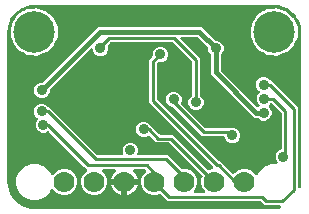
<source format=gbr>
G04 EAGLE Gerber RS-274X export*
G75*
%MOMM*%
%FSLAX34Y34*%
%LPD*%
%INBottom Copper*%
%IPPOS*%
%AMOC8*
5,1,8,0,0,1.08239X$1,22.5*%
G01*
%ADD10C,3.516000*%
%ADD11C,1.778000*%
%ADD12C,0.889000*%
%ADD13C,0.406400*%
%ADD14C,0.254000*%

G36*
X228622Y2543D02*
X228622Y2543D01*
X228700Y2545D01*
X232077Y2810D01*
X232145Y2824D01*
X232214Y2829D01*
X232370Y2869D01*
X233115Y3111D01*
X233223Y3162D01*
X233334Y3206D01*
X233367Y3229D01*
X233403Y3246D01*
X233495Y3322D01*
X233592Y3392D01*
X233617Y3423D01*
X233648Y3449D01*
X233718Y3545D01*
X233794Y3637D01*
X233811Y3674D01*
X233835Y3706D01*
X233879Y3817D01*
X233930Y3925D01*
X233937Y3964D01*
X233952Y4002D01*
X233967Y4120D01*
X233990Y4238D01*
X233987Y4277D01*
X233992Y4317D01*
X233977Y4436D01*
X233970Y4555D01*
X233958Y4593D01*
X233953Y4633D01*
X233909Y4744D01*
X233872Y4857D01*
X233850Y4891D01*
X233836Y4929D01*
X233766Y5025D01*
X233702Y5126D01*
X233672Y5154D01*
X233649Y5186D01*
X233557Y5262D01*
X233470Y5344D01*
X233435Y5363D01*
X233404Y5389D01*
X233296Y5440D01*
X233192Y5498D01*
X233153Y5508D01*
X233117Y5525D01*
X232999Y5547D01*
X232884Y5577D01*
X232824Y5581D01*
X232804Y5585D01*
X232784Y5583D01*
X232723Y5587D01*
X220393Y5587D01*
X216955Y9026D01*
X216877Y9086D01*
X216805Y9154D01*
X216752Y9183D01*
X216704Y9220D01*
X216613Y9260D01*
X216526Y9308D01*
X216468Y9323D01*
X216412Y9347D01*
X216314Y9362D01*
X216218Y9387D01*
X216118Y9393D01*
X216098Y9397D01*
X216086Y9395D01*
X216058Y9397D01*
X138332Y9397D01*
X136026Y11704D01*
X132657Y15072D01*
X132633Y15091D01*
X132614Y15113D01*
X132508Y15188D01*
X132406Y15267D01*
X132378Y15279D01*
X132354Y15296D01*
X132233Y15342D01*
X132114Y15394D01*
X132085Y15398D01*
X132057Y15409D01*
X131928Y15423D01*
X131800Y15444D01*
X131770Y15441D01*
X131741Y15444D01*
X131612Y15426D01*
X131483Y15414D01*
X131455Y15404D01*
X131426Y15400D01*
X131274Y15348D01*
X129173Y14477D01*
X124827Y14477D01*
X120813Y16140D01*
X117740Y19213D01*
X116077Y23227D01*
X116077Y27573D01*
X117740Y31587D01*
X119854Y33701D01*
X119927Y33795D01*
X120005Y33884D01*
X120024Y33920D01*
X120049Y33952D01*
X120096Y34061D01*
X120150Y34167D01*
X120159Y34207D01*
X120175Y34244D01*
X120194Y34362D01*
X120220Y34478D01*
X120218Y34518D01*
X120225Y34558D01*
X120214Y34677D01*
X120210Y34795D01*
X120199Y34834D01*
X120195Y34874D01*
X120155Y34987D01*
X120122Y35101D01*
X120101Y35136D01*
X120087Y35174D01*
X120021Y35272D01*
X119960Y35375D01*
X119920Y35420D01*
X119909Y35437D01*
X119893Y35450D01*
X119854Y35496D01*
X119654Y35696D01*
X119575Y35756D01*
X119503Y35824D01*
X119450Y35853D01*
X119402Y35890D01*
X119312Y35930D01*
X119225Y35978D01*
X119166Y35993D01*
X119110Y36017D01*
X119013Y36032D01*
X118917Y36057D01*
X118817Y36063D01*
X118796Y36067D01*
X118784Y36065D01*
X118756Y36067D01*
X110162Y36067D01*
X110024Y36050D01*
X109886Y36037D01*
X109867Y36030D01*
X109847Y36027D01*
X109718Y35976D01*
X109587Y35929D01*
X109570Y35918D01*
X109551Y35910D01*
X109439Y35829D01*
X109324Y35751D01*
X109310Y35735D01*
X109294Y35724D01*
X109205Y35616D01*
X109113Y35512D01*
X109104Y35494D01*
X109091Y35479D01*
X109032Y35353D01*
X108969Y35229D01*
X108964Y35209D01*
X108956Y35191D01*
X108929Y35054D01*
X108899Y34919D01*
X108900Y34898D01*
X108896Y34879D01*
X108904Y34740D01*
X108909Y34601D01*
X108914Y34581D01*
X108916Y34561D01*
X108958Y34429D01*
X108997Y34295D01*
X109007Y34278D01*
X109014Y34259D01*
X109088Y34141D01*
X109159Y34021D01*
X109177Y34000D01*
X109184Y33990D01*
X109199Y33976D01*
X109265Y33901D01*
X110319Y32847D01*
X111377Y31391D01*
X112193Y29788D01*
X112749Y28077D01*
X112777Y27899D01*
X102830Y27899D01*
X102712Y27884D01*
X102593Y27877D01*
X102555Y27864D01*
X102515Y27859D01*
X102404Y27816D01*
X102291Y27779D01*
X102257Y27757D01*
X102219Y27742D01*
X102123Y27673D01*
X102022Y27609D01*
X101994Y27579D01*
X101962Y27556D01*
X101886Y27464D01*
X101804Y27377D01*
X101785Y27342D01*
X101759Y27311D01*
X101708Y27203D01*
X101651Y27099D01*
X101641Y27059D01*
X101623Y27023D01*
X101603Y26916D01*
X101599Y26946D01*
X101555Y27056D01*
X101519Y27169D01*
X101497Y27204D01*
X101482Y27241D01*
X101412Y27337D01*
X101349Y27438D01*
X101319Y27466D01*
X101295Y27499D01*
X101204Y27575D01*
X101117Y27656D01*
X101082Y27676D01*
X101050Y27701D01*
X100943Y27752D01*
X100838Y27810D01*
X100799Y27820D01*
X100763Y27837D01*
X100646Y27859D01*
X100530Y27889D01*
X100470Y27893D01*
X100450Y27897D01*
X100430Y27895D01*
X100370Y27899D01*
X90423Y27899D01*
X90451Y28077D01*
X91007Y29788D01*
X91823Y31391D01*
X92881Y32847D01*
X93935Y33901D01*
X94020Y34010D01*
X94109Y34117D01*
X94118Y34136D01*
X94130Y34152D01*
X94185Y34279D01*
X94244Y34405D01*
X94248Y34425D01*
X94256Y34444D01*
X94278Y34582D01*
X94304Y34718D01*
X94303Y34738D01*
X94306Y34758D01*
X94293Y34897D01*
X94284Y35035D01*
X94278Y35054D01*
X94276Y35074D01*
X94229Y35206D01*
X94186Y35337D01*
X94176Y35355D01*
X94169Y35374D01*
X94091Y35489D01*
X94016Y35606D01*
X94002Y35620D01*
X93990Y35637D01*
X93886Y35729D01*
X93785Y35824D01*
X93767Y35834D01*
X93752Y35847D01*
X93628Y35910D01*
X93506Y35978D01*
X93487Y35983D01*
X93469Y35992D01*
X93333Y36022D01*
X93198Y36057D01*
X93170Y36059D01*
X93158Y36062D01*
X93138Y36061D01*
X93038Y36067D01*
X84044Y36067D01*
X83907Y36050D01*
X83768Y36037D01*
X83749Y36030D01*
X83728Y36027D01*
X83600Y35976D01*
X83468Y35929D01*
X83452Y35918D01*
X83433Y35910D01*
X83320Y35829D01*
X83205Y35751D01*
X83192Y35735D01*
X83175Y35724D01*
X83087Y35616D01*
X82995Y35512D01*
X82986Y35494D01*
X82973Y35479D01*
X82913Y35353D01*
X82850Y35229D01*
X82846Y35209D01*
X82837Y35191D01*
X82811Y35055D01*
X82781Y34919D01*
X82781Y34898D01*
X82777Y34879D01*
X82786Y34740D01*
X82790Y34601D01*
X82796Y34581D01*
X82797Y34561D01*
X82840Y34429D01*
X82879Y34295D01*
X82889Y34278D01*
X82895Y34259D01*
X82970Y34141D01*
X83040Y34021D01*
X83059Y34000D01*
X83065Y33990D01*
X83080Y33976D01*
X83147Y33901D01*
X85460Y31587D01*
X87123Y27573D01*
X87123Y23227D01*
X85460Y19213D01*
X82387Y16140D01*
X78373Y14477D01*
X74027Y14477D01*
X70013Y16140D01*
X66940Y19213D01*
X65277Y23227D01*
X65277Y27573D01*
X66940Y31587D01*
X69631Y34278D01*
X69704Y34372D01*
X69782Y34461D01*
X69801Y34497D01*
X69826Y34529D01*
X69873Y34638D01*
X69927Y34744D01*
X69936Y34784D01*
X69952Y34821D01*
X69971Y34939D01*
X69997Y35055D01*
X69995Y35095D01*
X70002Y35135D01*
X69991Y35254D01*
X69987Y35372D01*
X69976Y35411D01*
X69972Y35452D01*
X69932Y35564D01*
X69899Y35678D01*
X69878Y35713D01*
X69864Y35751D01*
X69797Y35850D01*
X69737Y35952D01*
X69697Y35997D01*
X69686Y36014D01*
X69671Y36027D01*
X69631Y36073D01*
X67330Y38374D01*
X37887Y67816D01*
X37864Y67835D01*
X37844Y67857D01*
X37739Y67932D01*
X37636Y68011D01*
X37609Y68023D01*
X37584Y68040D01*
X37463Y68086D01*
X37344Y68138D01*
X37315Y68142D01*
X37287Y68153D01*
X37158Y68167D01*
X37030Y68188D01*
X37000Y68185D01*
X36971Y68188D01*
X36843Y68170D01*
X36713Y68158D01*
X36685Y68148D01*
X36656Y68144D01*
X36504Y68092D01*
X34309Y67182D01*
X31731Y67182D01*
X29351Y68168D01*
X27528Y69991D01*
X26542Y72371D01*
X26542Y74949D01*
X27528Y77329D01*
X28042Y77842D01*
X28114Y77936D01*
X28193Y78026D01*
X28212Y78062D01*
X28237Y78094D01*
X28284Y78203D01*
X28338Y78309D01*
X28347Y78348D01*
X28363Y78386D01*
X28382Y78503D01*
X28408Y78619D01*
X28406Y78660D01*
X28413Y78700D01*
X28402Y78818D01*
X28398Y78937D01*
X28387Y78976D01*
X28383Y79016D01*
X28343Y79128D01*
X28310Y79243D01*
X28289Y79278D01*
X28275Y79316D01*
X28209Y79414D01*
X28148Y79517D01*
X28108Y79562D01*
X28097Y79579D01*
X28081Y79592D01*
X28042Y79637D01*
X26258Y81421D01*
X25272Y83801D01*
X25272Y86379D01*
X26258Y88759D01*
X28081Y90582D01*
X30461Y91568D01*
X33039Y91568D01*
X35419Y90582D01*
X37236Y88764D01*
X37315Y88704D01*
X37387Y88636D01*
X37440Y88607D01*
X37488Y88570D01*
X37579Y88530D01*
X37665Y88482D01*
X37724Y88467D01*
X37780Y88443D01*
X37878Y88428D01*
X37973Y88403D01*
X38073Y88397D01*
X38094Y88393D01*
X38106Y88395D01*
X38134Y88393D01*
X38198Y88393D01*
X78466Y48124D01*
X78545Y48064D01*
X78617Y47996D01*
X78670Y47967D01*
X78718Y47930D01*
X78809Y47890D01*
X78895Y47842D01*
X78954Y47827D01*
X79009Y47803D01*
X79107Y47788D01*
X79203Y47763D01*
X79303Y47757D01*
X79324Y47753D01*
X79336Y47755D01*
X79364Y47753D01*
X99610Y47753D01*
X99659Y47759D01*
X99709Y47757D01*
X99816Y47779D01*
X99925Y47793D01*
X99972Y47811D01*
X100020Y47821D01*
X100119Y47869D01*
X100221Y47910D01*
X100261Y47939D01*
X100306Y47961D01*
X100390Y48032D01*
X100478Y48096D01*
X100510Y48135D01*
X100548Y48167D01*
X100611Y48257D01*
X100681Y48341D01*
X100702Y48386D01*
X100731Y48427D01*
X100770Y48530D01*
X100817Y48629D01*
X100826Y48678D01*
X100844Y48724D01*
X100856Y48834D01*
X100877Y48941D01*
X100873Y48991D01*
X100879Y49040D01*
X100864Y49149D01*
X100857Y49259D01*
X100841Y49306D01*
X100835Y49355D01*
X100782Y49508D01*
X100202Y50908D01*
X100202Y53486D01*
X101188Y55866D01*
X103011Y57689D01*
X105391Y58675D01*
X107969Y58675D01*
X110349Y57689D01*
X112172Y55866D01*
X113158Y53486D01*
X113158Y50908D01*
X112578Y49508D01*
X112564Y49460D01*
X112543Y49415D01*
X112523Y49307D01*
X112494Y49201D01*
X112493Y49151D01*
X112483Y49102D01*
X112490Y48993D01*
X112489Y48883D01*
X112500Y48835D01*
X112503Y48785D01*
X112537Y48681D01*
X112563Y48574D01*
X112586Y48530D01*
X112601Y48483D01*
X112660Y48390D01*
X112711Y48293D01*
X112745Y48256D01*
X112771Y48214D01*
X112851Y48139D01*
X112925Y48057D01*
X112967Y48030D01*
X113003Y47996D01*
X113099Y47943D01*
X113191Y47883D01*
X113238Y47866D01*
X113282Y47842D01*
X113388Y47815D01*
X113492Y47779D01*
X113541Y47775D01*
X113589Y47763D01*
X113750Y47753D01*
X138528Y47753D01*
X149586Y36694D01*
X149665Y36634D01*
X149737Y36566D01*
X149790Y36537D01*
X149838Y36500D01*
X149929Y36460D01*
X150015Y36412D01*
X150074Y36397D01*
X150129Y36373D01*
X150227Y36358D01*
X150323Y36333D01*
X150423Y36327D01*
X150444Y36323D01*
X150456Y36325D01*
X150484Y36323D01*
X154573Y36323D01*
X158587Y34660D01*
X161660Y31587D01*
X163323Y27573D01*
X163323Y23227D01*
X161660Y19213D01*
X160617Y18169D01*
X160532Y18060D01*
X160443Y17953D01*
X160434Y17934D01*
X160422Y17918D01*
X160366Y17791D01*
X160307Y17665D01*
X160303Y17645D01*
X160295Y17626D01*
X160273Y17488D01*
X160247Y17352D01*
X160249Y17332D01*
X160245Y17312D01*
X160258Y17173D01*
X160267Y17035D01*
X160273Y17016D01*
X160275Y16996D01*
X160322Y16864D01*
X160365Y16733D01*
X160376Y16715D01*
X160383Y16696D01*
X160461Y16581D01*
X160535Y16464D01*
X160550Y16450D01*
X160561Y16433D01*
X160665Y16341D01*
X160767Y16246D01*
X160785Y16236D01*
X160800Y16223D01*
X160924Y16160D01*
X161045Y16092D01*
X161065Y16087D01*
X161083Y16078D01*
X161219Y16048D01*
X161353Y16013D01*
X161381Y16011D01*
X161393Y16008D01*
X161414Y16009D01*
X161514Y16003D01*
X168686Y16003D01*
X168824Y16020D01*
X168962Y16033D01*
X168981Y16040D01*
X169002Y16043D01*
X169131Y16094D01*
X169262Y16141D01*
X169278Y16152D01*
X169297Y16160D01*
X169409Y16241D01*
X169525Y16319D01*
X169538Y16335D01*
X169555Y16346D01*
X169643Y16454D01*
X169735Y16558D01*
X169744Y16576D01*
X169757Y16591D01*
X169817Y16717D01*
X169880Y16841D01*
X169884Y16861D01*
X169893Y16879D01*
X169919Y17016D01*
X169949Y17151D01*
X169949Y17172D01*
X169953Y17191D01*
X169944Y17330D01*
X169940Y17469D01*
X169934Y17489D01*
X169933Y17509D01*
X169890Y17641D01*
X169851Y17775D01*
X169841Y17792D01*
X169835Y17811D01*
X169761Y17929D01*
X169690Y18049D01*
X169671Y18070D01*
X169665Y18080D01*
X169650Y18094D01*
X169583Y18169D01*
X168540Y19213D01*
X166877Y23227D01*
X166877Y27573D01*
X167748Y29674D01*
X167755Y29702D01*
X167769Y29728D01*
X167797Y29855D01*
X167831Y29980D01*
X167832Y30010D01*
X167838Y30039D01*
X167834Y30168D01*
X167837Y30298D01*
X167830Y30327D01*
X167829Y30357D01*
X167793Y30481D01*
X167762Y30608D01*
X167749Y30634D01*
X167740Y30662D01*
X167674Y30774D01*
X167614Y30889D01*
X167594Y30911D01*
X167579Y30936D01*
X167472Y31057D01*
X140101Y58429D01*
X140022Y58489D01*
X139950Y58557D01*
X139897Y58586D01*
X139849Y58623D01*
X139758Y58663D01*
X139672Y58711D01*
X139613Y58726D01*
X139558Y58750D01*
X139460Y58765D01*
X139364Y58790D01*
X139264Y58796D01*
X139243Y58800D01*
X139231Y58798D01*
X139203Y58800D01*
X128773Y58800D01*
X123394Y64179D01*
X123371Y64197D01*
X123352Y64220D01*
X123245Y64294D01*
X123143Y64374D01*
X123116Y64386D01*
X123092Y64403D01*
X122970Y64449D01*
X122851Y64500D01*
X122822Y64505D01*
X122794Y64516D01*
X122665Y64530D01*
X122537Y64550D01*
X122507Y64548D01*
X122478Y64551D01*
X122350Y64533D01*
X122220Y64521D01*
X122192Y64511D01*
X122163Y64506D01*
X122011Y64454D01*
X119399Y63372D01*
X116821Y63372D01*
X114441Y64358D01*
X112618Y66181D01*
X111632Y68561D01*
X111632Y71139D01*
X112618Y73519D01*
X114441Y75342D01*
X116821Y76328D01*
X119399Y76328D01*
X121779Y75342D01*
X123602Y73519D01*
X123651Y73401D01*
X123655Y73393D01*
X123658Y73384D01*
X123734Y73255D01*
X123808Y73125D01*
X123815Y73118D01*
X123819Y73110D01*
X123926Y72989D01*
X131137Y65777D01*
X131216Y65717D01*
X131288Y65649D01*
X131341Y65620D01*
X131389Y65583D01*
X131480Y65543D01*
X131566Y65495D01*
X131625Y65480D01*
X131680Y65456D01*
X131778Y65441D01*
X131874Y65416D01*
X131974Y65410D01*
X131995Y65406D01*
X132007Y65408D01*
X132035Y65406D01*
X142465Y65406D01*
X172143Y35728D01*
X172167Y35709D01*
X172186Y35687D01*
X172292Y35612D01*
X172394Y35533D01*
X172422Y35521D01*
X172446Y35504D01*
X172567Y35458D01*
X172686Y35406D01*
X172715Y35402D01*
X172743Y35391D01*
X172872Y35377D01*
X173000Y35356D01*
X173030Y35359D01*
X173059Y35356D01*
X173188Y35374D01*
X173317Y35386D01*
X173345Y35396D01*
X173374Y35400D01*
X173526Y35452D01*
X175627Y36323D01*
X175652Y36323D01*
X175790Y36340D01*
X175929Y36353D01*
X175948Y36360D01*
X175968Y36363D01*
X176097Y36414D01*
X176228Y36461D01*
X176245Y36472D01*
X176263Y36480D01*
X176376Y36561D01*
X176491Y36639D01*
X176504Y36655D01*
X176521Y36666D01*
X176609Y36774D01*
X176702Y36878D01*
X176711Y36896D01*
X176724Y36911D01*
X176783Y37037D01*
X176846Y37161D01*
X176851Y37181D01*
X176859Y37199D01*
X176885Y37335D01*
X176916Y37471D01*
X176915Y37492D01*
X176919Y37511D01*
X176910Y37650D01*
X176906Y37789D01*
X176900Y37809D01*
X176899Y37829D01*
X176856Y37961D01*
X176818Y38095D01*
X176807Y38112D01*
X176801Y38131D01*
X176727Y38249D01*
X176656Y38369D01*
X176638Y38390D01*
X176631Y38400D01*
X176616Y38414D01*
X176550Y38489D01*
X122300Y92739D01*
X122300Y128368D01*
X124606Y130674D01*
X124607Y130674D01*
X125104Y131171D01*
X125164Y131250D01*
X125232Y131322D01*
X125261Y131375D01*
X125298Y131423D01*
X125338Y131514D01*
X125386Y131600D01*
X125401Y131659D01*
X125425Y131714D01*
X125440Y131812D01*
X125465Y131908D01*
X125471Y132008D01*
X125475Y132028D01*
X125473Y132041D01*
X125475Y132069D01*
X125475Y134639D01*
X126461Y137019D01*
X128284Y138842D01*
X130664Y139828D01*
X133242Y139828D01*
X135622Y138842D01*
X137445Y137019D01*
X138431Y134639D01*
X138431Y132061D01*
X137445Y129681D01*
X135622Y127858D01*
X133242Y126872D01*
X130672Y126872D01*
X130574Y126860D01*
X130475Y126857D01*
X130416Y126840D01*
X130356Y126832D01*
X130264Y126796D01*
X130169Y126768D01*
X130117Y126738D01*
X130061Y126715D01*
X129981Y126657D01*
X129895Y126607D01*
X129820Y126541D01*
X129803Y126529D01*
X129795Y126519D01*
X129774Y126501D01*
X129277Y126004D01*
X129217Y125925D01*
X129149Y125853D01*
X129120Y125800D01*
X129083Y125752D01*
X129043Y125661D01*
X128995Y125575D01*
X128980Y125516D01*
X128956Y125461D01*
X128941Y125363D01*
X128916Y125267D01*
X128910Y125167D01*
X128906Y125147D01*
X128908Y125134D01*
X128906Y125106D01*
X128906Y96001D01*
X128918Y95903D01*
X128921Y95804D01*
X128938Y95745D01*
X128946Y95685D01*
X128982Y95593D01*
X129010Y95498D01*
X129040Y95446D01*
X129063Y95390D01*
X129121Y95310D01*
X129171Y95224D01*
X129237Y95149D01*
X129249Y95132D01*
X129259Y95124D01*
X129277Y95103D01*
X181336Y43044D01*
X181415Y42984D01*
X181487Y42916D01*
X181540Y42887D01*
X181588Y42850D01*
X181679Y42810D01*
X181765Y42762D01*
X181824Y42747D01*
X181879Y42723D01*
X181977Y42708D01*
X182073Y42683D01*
X182173Y42677D01*
X182194Y42673D01*
X182206Y42675D01*
X182234Y42673D01*
X182978Y42673D01*
X193104Y32546D01*
X193199Y32473D01*
X193288Y32395D01*
X193324Y32376D01*
X193356Y32351D01*
X193465Y32304D01*
X193571Y32250D01*
X193610Y32241D01*
X193647Y32225D01*
X193765Y32206D01*
X193881Y32180D01*
X193922Y32182D01*
X193962Y32175D01*
X194080Y32186D01*
X194199Y32190D01*
X194238Y32201D01*
X194278Y32205D01*
X194390Y32245D01*
X194505Y32278D01*
X194539Y32299D01*
X194577Y32313D01*
X194676Y32380D01*
X194779Y32440D01*
X194824Y32480D01*
X194841Y32491D01*
X194854Y32507D01*
X194899Y32546D01*
X197013Y34660D01*
X201027Y36323D01*
X205373Y36323D01*
X209387Y34660D01*
X212511Y31536D01*
X212524Y31511D01*
X212538Y31496D01*
X212548Y31479D01*
X212644Y31379D01*
X212738Y31276D01*
X212755Y31265D01*
X212769Y31250D01*
X212888Y31177D01*
X213004Y31101D01*
X213023Y31094D01*
X213040Y31084D01*
X213173Y31043D01*
X213305Y30998D01*
X213325Y30996D01*
X213344Y30990D01*
X213483Y30984D01*
X213622Y30972D01*
X213642Y30976D01*
X213662Y30975D01*
X213798Y31003D01*
X213935Y31027D01*
X213953Y31035D01*
X213973Y31039D01*
X214098Y31100D01*
X214225Y31157D01*
X214241Y31170D01*
X214259Y31179D01*
X214365Y31269D01*
X214474Y31356D01*
X214486Y31372D01*
X214501Y31385D01*
X214581Y31499D01*
X214665Y31610D01*
X214677Y31635D01*
X214684Y31645D01*
X214691Y31664D01*
X214736Y31755D01*
X215680Y34033D01*
X219967Y38320D01*
X225568Y40641D01*
X230144Y40641D01*
X230282Y40658D01*
X230421Y40671D01*
X230440Y40678D01*
X230460Y40681D01*
X230589Y40732D01*
X230720Y40779D01*
X230737Y40790D01*
X230755Y40798D01*
X230868Y40879D01*
X230983Y40957D01*
X230997Y40973D01*
X231013Y40984D01*
X231101Y41091D01*
X231194Y41196D01*
X231203Y41214D01*
X231216Y41229D01*
X231275Y41355D01*
X231338Y41479D01*
X231343Y41499D01*
X231351Y41517D01*
X231377Y41653D01*
X231408Y41789D01*
X231407Y41810D01*
X231411Y41829D01*
X231402Y41968D01*
X231398Y42107D01*
X231392Y42127D01*
X231391Y42147D01*
X231348Y42279D01*
X231310Y42413D01*
X231299Y42430D01*
X231293Y42449D01*
X231219Y42567D01*
X231148Y42687D01*
X231130Y42708D01*
X231123Y42718D01*
X231108Y42732D01*
X231042Y42808D01*
X230760Y43089D01*
X229774Y45470D01*
X229774Y48047D01*
X230760Y50427D01*
X232583Y52250D01*
X233912Y52800D01*
X233937Y52815D01*
X233965Y52824D01*
X234075Y52893D01*
X234188Y52958D01*
X234209Y52978D01*
X234234Y52994D01*
X234323Y53089D01*
X234416Y53179D01*
X234432Y53204D01*
X234452Y53226D01*
X234515Y53340D01*
X234583Y53450D01*
X234591Y53478D01*
X234606Y53504D01*
X234638Y53630D01*
X234676Y53754D01*
X234678Y53784D01*
X234685Y53812D01*
X234695Y53973D01*
X234695Y83484D01*
X234683Y83582D01*
X234680Y83681D01*
X234663Y83740D01*
X234655Y83800D01*
X234619Y83892D01*
X234591Y83987D01*
X234561Y84039D01*
X234538Y84095D01*
X234480Y84175D01*
X234430Y84261D01*
X234364Y84336D01*
X234352Y84353D01*
X234342Y84360D01*
X234324Y84382D01*
X226958Y91748D01*
X226863Y91821D01*
X226774Y91899D01*
X226738Y91918D01*
X226706Y91943D01*
X226597Y91990D01*
X226491Y92044D01*
X226452Y92053D01*
X226414Y92069D01*
X226297Y92088D01*
X226181Y92114D01*
X226140Y92112D01*
X226100Y92119D01*
X225982Y92108D01*
X225863Y92104D01*
X225824Y92093D01*
X225784Y92089D01*
X225671Y92049D01*
X225557Y92016D01*
X225523Y91995D01*
X225484Y91981D01*
X225386Y91915D01*
X225283Y91854D01*
X225238Y91814D01*
X225221Y91803D01*
X225208Y91788D01*
X225163Y91748D01*
X223950Y90536D01*
X223877Y90441D01*
X223799Y90352D01*
X223780Y90316D01*
X223755Y90284D01*
X223708Y90175D01*
X223654Y90069D01*
X223645Y90030D01*
X223629Y89992D01*
X223610Y89875D01*
X223584Y89759D01*
X223586Y89718D01*
X223579Y89678D01*
X223590Y89560D01*
X223594Y89441D01*
X223605Y89402D01*
X223609Y89362D01*
X223649Y89250D01*
X223682Y89135D01*
X223703Y89100D01*
X223717Y89062D01*
X223784Y88964D01*
X223844Y88861D01*
X223884Y88816D01*
X223895Y88799D01*
X223911Y88786D01*
X223950Y88741D01*
X225202Y87489D01*
X226188Y85109D01*
X226188Y82531D01*
X225202Y80151D01*
X223379Y78328D01*
X220999Y77342D01*
X218421Y77342D01*
X216041Y78328D01*
X214986Y79384D01*
X214907Y79444D01*
X214835Y79512D01*
X214782Y79541D01*
X214734Y79578D01*
X214643Y79618D01*
X214557Y79666D01*
X214498Y79681D01*
X214442Y79705D01*
X214344Y79720D01*
X214249Y79745D01*
X214149Y79751D01*
X214128Y79755D01*
X214116Y79753D01*
X214088Y79755D01*
X211676Y79755D01*
X175005Y116426D01*
X175005Y132808D01*
X174993Y132906D01*
X174990Y133005D01*
X174973Y133064D01*
X174965Y133124D01*
X174929Y133216D01*
X174901Y133311D01*
X174871Y133363D01*
X174848Y133419D01*
X174790Y133499D01*
X174740Y133585D01*
X174674Y133660D01*
X174662Y133677D01*
X174652Y133684D01*
X174634Y133706D01*
X173578Y134761D01*
X172592Y137141D01*
X172592Y138634D01*
X172580Y138732D01*
X172577Y138831D01*
X172560Y138889D01*
X172552Y138949D01*
X172516Y139041D01*
X172488Y139136D01*
X172458Y139188D01*
X172435Y139245D01*
X172377Y139325D01*
X172327Y139410D01*
X172261Y139486D01*
X172249Y139502D01*
X172239Y139510D01*
X172221Y139531D01*
X163788Y147964D01*
X163710Y148024D01*
X163638Y148092D01*
X163585Y148121D01*
X163537Y148158D01*
X163446Y148198D01*
X163359Y148246D01*
X163301Y148261D01*
X163245Y148285D01*
X163147Y148300D01*
X163051Y148325D01*
X162951Y148331D01*
X162931Y148335D01*
X162919Y148333D01*
X162891Y148335D01*
X150230Y148335D01*
X150092Y148318D01*
X149953Y148305D01*
X149934Y148298D01*
X149914Y148295D01*
X149785Y148244D01*
X149654Y148197D01*
X149637Y148186D01*
X149619Y148178D01*
X149506Y148097D01*
X149391Y148019D01*
X149378Y148003D01*
X149361Y147992D01*
X149272Y147884D01*
X149180Y147780D01*
X149171Y147762D01*
X149158Y147747D01*
X149099Y147621D01*
X149036Y147497D01*
X149031Y147477D01*
X149023Y147459D01*
X148997Y147323D01*
X148966Y147187D01*
X148967Y147166D01*
X148963Y147147D01*
X148972Y147008D01*
X148976Y146869D01*
X148982Y146849D01*
X148983Y146829D01*
X149026Y146697D01*
X149064Y146563D01*
X149075Y146546D01*
X149081Y146527D01*
X149155Y146409D01*
X149226Y146289D01*
X149244Y146268D01*
X149251Y146258D01*
X149266Y146244D01*
X149332Y146169D01*
X163256Y132244D01*
X165563Y129938D01*
X165563Y99094D01*
X165575Y98996D01*
X165578Y98897D01*
X165595Y98838D01*
X165603Y98778D01*
X165639Y98686D01*
X165667Y98591D01*
X165697Y98539D01*
X165720Y98483D01*
X165778Y98403D01*
X165828Y98317D01*
X165894Y98242D01*
X165906Y98225D01*
X165916Y98218D01*
X165934Y98196D01*
X167752Y96379D01*
X168738Y93999D01*
X168738Y91421D01*
X167752Y89041D01*
X165929Y87218D01*
X163549Y86232D01*
X160971Y86232D01*
X158591Y87218D01*
X156768Y89041D01*
X155782Y91421D01*
X155782Y93999D01*
X156768Y96379D01*
X158586Y98196D01*
X158646Y98275D01*
X158714Y98347D01*
X158743Y98400D01*
X158780Y98448D01*
X158820Y98539D01*
X158868Y98625D01*
X158883Y98684D01*
X158907Y98740D01*
X158922Y98838D01*
X158947Y98933D01*
X158953Y99033D01*
X158957Y99054D01*
X158955Y99066D01*
X158957Y99094D01*
X158957Y126676D01*
X158945Y126774D01*
X158942Y126873D01*
X158925Y126932D01*
X158917Y126992D01*
X158881Y127084D01*
X158853Y127179D01*
X158823Y127231D01*
X158800Y127287D01*
X158742Y127368D01*
X158692Y127453D01*
X158626Y127528D01*
X158614Y127545D01*
X158604Y127553D01*
X158586Y127574D01*
X142768Y143392D01*
X142689Y143452D01*
X142617Y143520D01*
X142564Y143549D01*
X142516Y143586D01*
X142425Y143626D01*
X142339Y143674D01*
X142280Y143689D01*
X142225Y143713D01*
X142127Y143728D01*
X142031Y143753D01*
X141931Y143759D01*
X141910Y143763D01*
X141898Y143761D01*
X141870Y143763D01*
X90540Y143763D01*
X90442Y143751D01*
X90343Y143748D01*
X90284Y143731D01*
X90224Y143723D01*
X90132Y143687D01*
X90037Y143659D01*
X89985Y143629D01*
X89929Y143606D01*
X89849Y143548D01*
X89763Y143498D01*
X89688Y143432D01*
X89671Y143420D01*
X89663Y143410D01*
X89642Y143392D01*
X87834Y141583D01*
X87815Y141559D01*
X87793Y141540D01*
X87718Y141434D01*
X87639Y141332D01*
X87627Y141304D01*
X87610Y141280D01*
X87564Y141159D01*
X87512Y141040D01*
X87508Y141011D01*
X87497Y140983D01*
X87483Y140854D01*
X87462Y140726D01*
X87465Y140696D01*
X87462Y140667D01*
X87480Y140538D01*
X87492Y140409D01*
X87502Y140381D01*
X87506Y140352D01*
X87558Y140200D01*
X87758Y139718D01*
X87758Y137141D01*
X86772Y134761D01*
X84949Y132938D01*
X82569Y131952D01*
X79991Y131952D01*
X77611Y132938D01*
X75788Y134761D01*
X74796Y137155D01*
X74785Y137247D01*
X74783Y137264D01*
X74780Y137318D01*
X74778Y137326D01*
X74772Y137386D01*
X74765Y137405D01*
X74762Y137425D01*
X74711Y137554D01*
X74664Y137685D01*
X74653Y137702D01*
X74645Y137721D01*
X74564Y137833D01*
X74486Y137948D01*
X74470Y137962D01*
X74459Y137978D01*
X74351Y138067D01*
X74247Y138159D01*
X74229Y138168D01*
X74214Y138181D01*
X74088Y138240D01*
X73964Y138303D01*
X73944Y138308D01*
X73926Y138317D01*
X73790Y138343D01*
X73654Y138373D01*
X73633Y138373D01*
X73614Y138376D01*
X73475Y138368D01*
X73336Y138363D01*
X73316Y138358D01*
X73296Y138357D01*
X73164Y138314D01*
X73030Y138275D01*
X73013Y138265D01*
X72994Y138259D01*
X72876Y138184D01*
X72756Y138114D01*
X72735Y138095D01*
X72725Y138088D01*
X72711Y138074D01*
X72636Y138007D01*
X38599Y103971D01*
X38539Y103893D01*
X38471Y103821D01*
X38442Y103768D01*
X38405Y103720D01*
X38365Y103629D01*
X38317Y103542D01*
X38302Y103484D01*
X38278Y103428D01*
X38263Y103330D01*
X38238Y103234D01*
X38232Y103134D01*
X38228Y103114D01*
X38230Y103102D01*
X38228Y103074D01*
X38228Y101581D01*
X37242Y99201D01*
X35419Y97378D01*
X33039Y96392D01*
X30461Y96392D01*
X28081Y97378D01*
X26258Y99201D01*
X25272Y101581D01*
X25272Y104159D01*
X26258Y106539D01*
X28081Y108362D01*
X30461Y109348D01*
X31954Y109348D01*
X32052Y109360D01*
X32151Y109363D01*
X32209Y109380D01*
X32269Y109388D01*
X32361Y109424D01*
X32456Y109452D01*
X32508Y109482D01*
X32565Y109505D01*
X32645Y109563D01*
X32730Y109613D01*
X32806Y109679D01*
X32822Y109691D01*
X32830Y109701D01*
X32851Y109719D01*
X79596Y156465D01*
X166784Y156465D01*
X177969Y145279D01*
X178047Y145219D01*
X178119Y145151D01*
X178172Y145122D01*
X178220Y145085D01*
X178311Y145045D01*
X178398Y144997D01*
X178456Y144982D01*
X178512Y144958D01*
X178610Y144943D01*
X178706Y144918D01*
X178806Y144912D01*
X178826Y144908D01*
X178838Y144910D01*
X178866Y144908D01*
X180359Y144908D01*
X182739Y143922D01*
X184562Y142099D01*
X185548Y139719D01*
X185548Y137141D01*
X184562Y134761D01*
X183506Y133706D01*
X183446Y133627D01*
X183378Y133555D01*
X183349Y133502D01*
X183312Y133454D01*
X183272Y133363D01*
X183224Y133277D01*
X183209Y133218D01*
X183185Y133162D01*
X183170Y133064D01*
X183145Y132969D01*
X183139Y132869D01*
X183135Y132848D01*
X183137Y132836D01*
X183135Y132808D01*
X183135Y120319D01*
X183147Y120221D01*
X183150Y120122D01*
X183167Y120064D01*
X183175Y120004D01*
X183211Y119912D01*
X183239Y119817D01*
X183269Y119765D01*
X183292Y119708D01*
X183350Y119628D01*
X183400Y119543D01*
X183466Y119467D01*
X183478Y119451D01*
X183488Y119443D01*
X183506Y119422D01*
X213931Y88997D01*
X214025Y88924D01*
X214115Y88845D01*
X214151Y88827D01*
X214183Y88802D01*
X214292Y88755D01*
X214398Y88701D01*
X214437Y88692D01*
X214474Y88676D01*
X214592Y88657D01*
X214708Y88631D01*
X214748Y88632D01*
X214788Y88626D01*
X214907Y88637D01*
X215026Y88641D01*
X215065Y88652D01*
X215105Y88656D01*
X215217Y88696D01*
X215331Y88729D01*
X215366Y88750D01*
X215404Y88763D01*
X215503Y88830D01*
X215605Y88891D01*
X215651Y88931D01*
X215668Y88942D01*
X215681Y88957D01*
X215726Y88997D01*
X215835Y89106D01*
X215908Y89200D01*
X215987Y89289D01*
X216005Y89325D01*
X216030Y89357D01*
X216077Y89467D01*
X216131Y89572D01*
X216140Y89612D01*
X216156Y89649D01*
X216175Y89767D01*
X216201Y89883D01*
X216200Y89923D01*
X216206Y89963D01*
X216195Y90082D01*
X216191Y90201D01*
X216180Y90240D01*
X216176Y90280D01*
X216136Y90392D01*
X216103Y90506D01*
X216083Y90541D01*
X216069Y90579D01*
X216002Y90678D01*
X215941Y90780D01*
X215902Y90825D01*
X215890Y90842D01*
X215875Y90856D01*
X215835Y90901D01*
X214584Y92152D01*
X213598Y94533D01*
X213598Y97110D01*
X214584Y99491D01*
X215835Y100742D01*
X215908Y100836D01*
X215987Y100925D01*
X216005Y100961D01*
X216030Y100993D01*
X216077Y101103D01*
X216131Y101209D01*
X216140Y101248D01*
X216156Y101285D01*
X216175Y101403D01*
X216201Y101519D01*
X216200Y101559D01*
X216206Y101599D01*
X216195Y101718D01*
X216191Y101837D01*
X216180Y101876D01*
X216176Y101916D01*
X216136Y102028D01*
X216103Y102142D01*
X216083Y102177D01*
X216069Y102215D01*
X216002Y102314D01*
X215941Y102416D01*
X215902Y102461D01*
X215890Y102478D01*
X215875Y102492D01*
X215835Y102537D01*
X214218Y104154D01*
X213232Y106534D01*
X213232Y109112D01*
X214218Y111492D01*
X216041Y113315D01*
X218421Y114301D01*
X220999Y114301D01*
X223379Y113315D01*
X225196Y111497D01*
X225275Y111437D01*
X225347Y111369D01*
X225400Y111340D01*
X225448Y111303D01*
X225539Y111263D01*
X225625Y111215D01*
X225684Y111200D01*
X225740Y111176D01*
X225837Y111161D01*
X225933Y111136D01*
X226033Y111130D01*
X226054Y111126D01*
X226066Y111128D01*
X226094Y111126D01*
X226158Y111126D01*
X248413Y88871D01*
X248413Y21277D01*
X248428Y21159D01*
X248435Y21039D01*
X248448Y21001D01*
X248453Y20962D01*
X248496Y20851D01*
X248533Y20737D01*
X248555Y20703D01*
X248570Y20666D01*
X248640Y20569D01*
X248704Y20468D01*
X248733Y20441D01*
X248756Y20408D01*
X248848Y20332D01*
X248935Y20251D01*
X248971Y20231D01*
X249001Y20206D01*
X249109Y20155D01*
X249214Y20097D01*
X249253Y20087D01*
X249289Y20070D01*
X249406Y20048D01*
X249522Y20018D01*
X249562Y20018D01*
X249601Y20010D01*
X249721Y20018D01*
X249840Y20018D01*
X249879Y20028D01*
X249919Y20030D01*
X250032Y20067D01*
X250148Y20096D01*
X250183Y20116D01*
X250221Y20128D01*
X250322Y20192D01*
X250427Y20249D01*
X250456Y20277D01*
X250490Y20298D01*
X250572Y20385D01*
X250659Y20467D01*
X250681Y20501D01*
X250708Y20530D01*
X250766Y20634D01*
X250830Y20735D01*
X250852Y20791D01*
X250862Y20808D01*
X250867Y20828D01*
X250889Y20885D01*
X251131Y21630D01*
X251144Y21698D01*
X251167Y21764D01*
X251190Y21923D01*
X251455Y25300D01*
X251455Y25304D01*
X251456Y25307D01*
X251455Y25326D01*
X251459Y25400D01*
X251459Y152400D01*
X251457Y152422D01*
X251455Y152500D01*
X251190Y155877D01*
X251176Y155945D01*
X251171Y156014D01*
X251131Y156170D01*
X249044Y162594D01*
X248993Y162701D01*
X248950Y162812D01*
X248917Y162863D01*
X248909Y162882D01*
X248896Y162897D01*
X248864Y162948D01*
X247171Y165278D01*
X247153Y165297D01*
X247139Y165320D01*
X247044Y165413D01*
X246953Y165509D01*
X246931Y165524D01*
X246912Y165542D01*
X246798Y165608D01*
X246792Y165624D01*
X246789Y165651D01*
X246740Y165775D01*
X246697Y165900D01*
X246682Y165922D01*
X246672Y165947D01*
X246586Y166083D01*
X244893Y168412D01*
X244812Y168499D01*
X244736Y168591D01*
X244690Y168629D01*
X244676Y168644D01*
X244658Y168655D01*
X244612Y168693D01*
X239148Y172664D01*
X239044Y172721D01*
X238944Y172785D01*
X238887Y172807D01*
X238869Y172817D01*
X238849Y172822D01*
X238794Y172844D01*
X232370Y174931D01*
X232302Y174944D01*
X232236Y174967D01*
X232077Y174990D01*
X228700Y175255D01*
X228678Y175254D01*
X228600Y175259D01*
X25400Y175259D01*
X25378Y175257D01*
X25300Y175255D01*
X21923Y174990D01*
X21855Y174976D01*
X21786Y174971D01*
X21630Y174931D01*
X18892Y174041D01*
X18867Y174030D01*
X18841Y174024D01*
X18724Y173963D01*
X18604Y173906D01*
X18583Y173889D01*
X18560Y173877D01*
X18462Y173789D01*
X18445Y173788D01*
X18418Y173793D01*
X18286Y173785D01*
X18153Y173783D01*
X18128Y173775D01*
X18101Y173774D01*
X17945Y173734D01*
X15206Y172844D01*
X15099Y172793D01*
X14988Y172750D01*
X14937Y172717D01*
X14918Y172709D01*
X14903Y172696D01*
X14852Y172664D01*
X9388Y168693D01*
X9301Y168612D01*
X9209Y168536D01*
X9171Y168490D01*
X9156Y168476D01*
X9145Y168458D01*
X9107Y168412D01*
X5136Y162948D01*
X5079Y162844D01*
X5015Y162744D01*
X4993Y162687D01*
X4983Y162669D01*
X4978Y162649D01*
X4956Y162594D01*
X2869Y156170D01*
X2856Y156102D01*
X2833Y156036D01*
X2810Y155877D01*
X2545Y152500D01*
X2546Y152478D01*
X2541Y152400D01*
X2541Y25400D01*
X2543Y25378D01*
X2545Y25300D01*
X2810Y21923D01*
X2824Y21855D01*
X2829Y21786D01*
X2869Y21630D01*
X4956Y15206D01*
X5006Y15099D01*
X5050Y14988D01*
X5083Y14937D01*
X5091Y14918D01*
X5104Y14903D01*
X5136Y14852D01*
X9107Y9388D01*
X9127Y9366D01*
X9138Y9348D01*
X9184Y9305D01*
X9188Y9301D01*
X9264Y9209D01*
X9310Y9171D01*
X9324Y9156D01*
X9342Y9145D01*
X9388Y9107D01*
X14852Y5136D01*
X14956Y5079D01*
X15056Y5015D01*
X15113Y4993D01*
X15131Y4983D01*
X15151Y4978D01*
X15206Y4956D01*
X21630Y2869D01*
X21698Y2856D01*
X21764Y2833D01*
X21923Y2810D01*
X25300Y2545D01*
X25322Y2546D01*
X25400Y2541D01*
X228600Y2541D01*
X228622Y2543D01*
G37*
%LPC*%
G36*
X226876Y132780D02*
X226876Y132780D01*
X226858Y132780D01*
X226743Y132787D01*
X224699Y132787D01*
X224151Y133014D01*
X224052Y133041D01*
X223957Y133077D01*
X223865Y133092D01*
X223844Y133098D01*
X223831Y133098D01*
X223798Y133104D01*
X222379Y133253D01*
X219415Y134964D01*
X219413Y134965D01*
X219410Y134967D01*
X219266Y135038D01*
X217490Y135773D01*
X216893Y136370D01*
X216826Y136422D01*
X216765Y136483D01*
X216651Y136558D01*
X216642Y136565D01*
X216638Y136567D01*
X216631Y136572D01*
X215129Y137439D01*
X213339Y139903D01*
X213326Y139917D01*
X213316Y139933D01*
X213209Y140054D01*
X211973Y141290D01*
X211557Y142296D01*
X211522Y142356D01*
X211497Y142420D01*
X211411Y142556D01*
X210208Y144211D01*
X209647Y146849D01*
X209636Y146883D01*
X209631Y146919D01*
X209579Y147071D01*
X208987Y148499D01*
X208987Y149822D01*
X208981Y149874D01*
X208983Y149926D01*
X208960Y150086D01*
X208468Y152400D01*
X208960Y154714D01*
X208964Y154767D01*
X208977Y154817D01*
X208987Y154978D01*
X208987Y156301D01*
X209579Y157729D01*
X209588Y157763D01*
X209604Y157795D01*
X209647Y157951D01*
X210208Y160589D01*
X211411Y162244D01*
X211444Y162305D01*
X211486Y162360D01*
X211557Y162504D01*
X211973Y163510D01*
X213209Y164746D01*
X213221Y164761D01*
X213236Y164773D01*
X213339Y164897D01*
X215129Y167361D01*
X216631Y168228D01*
X216699Y168280D01*
X216773Y168324D01*
X216875Y168414D01*
X216884Y168421D01*
X216887Y168424D01*
X216893Y168430D01*
X217490Y169027D01*
X219266Y169762D01*
X219268Y169764D01*
X219271Y169764D01*
X219415Y169836D01*
X222379Y171547D01*
X223798Y171696D01*
X223898Y171720D01*
X223999Y171734D01*
X224087Y171764D01*
X224108Y171769D01*
X224120Y171775D01*
X224151Y171786D01*
X224699Y172013D01*
X226743Y172013D01*
X226760Y172015D01*
X226876Y172020D01*
X230704Y172422D01*
X231773Y172075D01*
X231890Y172053D01*
X232005Y172023D01*
X232065Y172019D01*
X232085Y172015D01*
X232106Y172017D01*
X232165Y172013D01*
X232501Y172013D01*
X234409Y171222D01*
X234430Y171217D01*
X234503Y171188D01*
X238666Y169835D01*
X239278Y169285D01*
X239389Y169207D01*
X239497Y169126D01*
X239527Y169111D01*
X239539Y169103D01*
X239559Y169096D01*
X239641Y169055D01*
X239710Y169027D01*
X241005Y167732D01*
X241019Y167721D01*
X241053Y167686D01*
X244710Y164393D01*
X244732Y164378D01*
X244750Y164359D01*
X244862Y164288D01*
X244910Y164254D01*
X244914Y164217D01*
X244924Y164192D01*
X244929Y164166D01*
X244985Y164015D01*
X245100Y163756D01*
X245179Y163626D01*
X245450Y162971D01*
X245455Y162962D01*
X245463Y162941D01*
X248292Y156586D01*
X248292Y148214D01*
X245463Y141859D01*
X245460Y141849D01*
X245450Y141829D01*
X245194Y141211D01*
X245175Y141187D01*
X245170Y141179D01*
X245168Y141175D01*
X245163Y141164D01*
X245100Y141044D01*
X244887Y140566D01*
X241053Y137114D01*
X241041Y137100D01*
X241005Y137068D01*
X239710Y135773D01*
X239641Y135745D01*
X239524Y135678D01*
X239404Y135615D01*
X239377Y135594D01*
X239365Y135587D01*
X239350Y135572D01*
X239278Y135515D01*
X238666Y134965D01*
X234502Y133612D01*
X234483Y133603D01*
X234409Y133577D01*
X232501Y132787D01*
X232165Y132787D01*
X232047Y132772D01*
X231929Y132765D01*
X231870Y132750D01*
X231850Y132747D01*
X231831Y132740D01*
X231773Y132725D01*
X230704Y132378D01*
X226876Y132780D01*
G37*
%LPD*%
%LPC*%
G36*
X23676Y132780D02*
X23676Y132780D01*
X23658Y132780D01*
X23543Y132787D01*
X21499Y132787D01*
X20951Y133014D01*
X20852Y133041D01*
X20757Y133077D01*
X20665Y133092D01*
X20644Y133098D01*
X20631Y133098D01*
X20598Y133104D01*
X19179Y133253D01*
X16215Y134964D01*
X16213Y134965D01*
X16210Y134967D01*
X16066Y135038D01*
X14290Y135773D01*
X13693Y136370D01*
X13626Y136422D01*
X13565Y136483D01*
X13451Y136558D01*
X13442Y136565D01*
X13438Y136567D01*
X13431Y136572D01*
X11929Y137439D01*
X10139Y139903D01*
X10126Y139917D01*
X10116Y139933D01*
X10009Y140054D01*
X8773Y141290D01*
X8357Y142296D01*
X8322Y142356D01*
X8297Y142420D01*
X8211Y142556D01*
X7008Y144211D01*
X6447Y146849D01*
X6436Y146883D01*
X6431Y146919D01*
X6379Y147071D01*
X5787Y148499D01*
X5787Y149822D01*
X5781Y149874D01*
X5783Y149926D01*
X5760Y150086D01*
X5268Y152400D01*
X5760Y154714D01*
X5764Y154767D01*
X5777Y154817D01*
X5787Y154978D01*
X5787Y156301D01*
X6379Y157729D01*
X6388Y157763D01*
X6404Y157795D01*
X6447Y157951D01*
X7008Y160589D01*
X8211Y162244D01*
X8244Y162305D01*
X8286Y162360D01*
X8357Y162504D01*
X8773Y163510D01*
X10009Y164746D01*
X10021Y164761D01*
X10036Y164773D01*
X10139Y164897D01*
X11929Y167361D01*
X13431Y168228D01*
X13499Y168280D01*
X13573Y168324D01*
X13675Y168414D01*
X13684Y168421D01*
X13687Y168424D01*
X13693Y168430D01*
X14290Y169027D01*
X16066Y169762D01*
X16068Y169764D01*
X16071Y169764D01*
X16215Y169836D01*
X18972Y171428D01*
X18993Y171444D01*
X19017Y171455D01*
X19120Y171540D01*
X19166Y171575D01*
X19203Y171568D01*
X19229Y171569D01*
X19256Y171565D01*
X19416Y171572D01*
X20598Y171696D01*
X20698Y171720D01*
X20799Y171734D01*
X20887Y171764D01*
X20908Y171769D01*
X20920Y171775D01*
X20951Y171786D01*
X21499Y172013D01*
X23543Y172013D01*
X23560Y172015D01*
X23676Y172020D01*
X27504Y172422D01*
X28573Y172075D01*
X28690Y172053D01*
X28805Y172023D01*
X28865Y172019D01*
X28885Y172015D01*
X28906Y172017D01*
X28965Y172013D01*
X29301Y172013D01*
X31209Y171222D01*
X31230Y171217D01*
X31303Y171188D01*
X35466Y169835D01*
X36078Y169285D01*
X36189Y169207D01*
X36297Y169126D01*
X36327Y169111D01*
X36339Y169103D01*
X36359Y169096D01*
X36441Y169055D01*
X36510Y169027D01*
X37805Y167732D01*
X37819Y167721D01*
X37853Y167686D01*
X41687Y164234D01*
X41900Y163756D01*
X41979Y163626D01*
X42250Y162971D01*
X42255Y162962D01*
X42263Y162941D01*
X45092Y156586D01*
X45092Y148214D01*
X42263Y141859D01*
X42260Y141849D01*
X42250Y141829D01*
X41994Y141211D01*
X41975Y141187D01*
X41970Y141179D01*
X41968Y141175D01*
X41963Y141164D01*
X41900Y141044D01*
X41687Y140566D01*
X37853Y137114D01*
X37841Y137100D01*
X37805Y137068D01*
X36510Y135773D01*
X36441Y135745D01*
X36324Y135678D01*
X36204Y135615D01*
X36177Y135594D01*
X36165Y135587D01*
X36150Y135572D01*
X36078Y135515D01*
X35466Y134965D01*
X31302Y133612D01*
X31283Y133603D01*
X31209Y133577D01*
X29301Y132787D01*
X28965Y132787D01*
X28847Y132772D01*
X28729Y132765D01*
X28670Y132750D01*
X28650Y132747D01*
X28631Y132740D01*
X28573Y132725D01*
X27504Y132378D01*
X23676Y132780D01*
G37*
%LPD*%
%LPC*%
G36*
X22368Y10159D02*
X22368Y10159D01*
X16767Y12480D01*
X12480Y16767D01*
X10159Y22368D01*
X10159Y28432D01*
X12480Y34033D01*
X16767Y38320D01*
X22368Y40641D01*
X28432Y40641D01*
X34033Y38320D01*
X38320Y34033D01*
X39264Y31755D01*
X39333Y31634D01*
X39398Y31511D01*
X39412Y31496D01*
X39422Y31478D01*
X39519Y31378D01*
X39612Y31276D01*
X39629Y31265D01*
X39643Y31250D01*
X39762Y31177D01*
X39878Y31101D01*
X39897Y31094D01*
X39914Y31084D01*
X40047Y31043D01*
X40179Y30998D01*
X40199Y30996D01*
X40218Y30990D01*
X40357Y30984D01*
X40496Y30973D01*
X40516Y30976D01*
X40536Y30975D01*
X40672Y31003D01*
X40809Y31027D01*
X40827Y31035D01*
X40847Y31039D01*
X40973Y31101D01*
X41099Y31158D01*
X41115Y31170D01*
X41133Y31179D01*
X41239Y31270D01*
X41347Y31356D01*
X41360Y31372D01*
X41375Y31385D01*
X41455Y31500D01*
X41464Y31511D01*
X44613Y34660D01*
X48627Y36323D01*
X52973Y36323D01*
X56987Y34660D01*
X60060Y31587D01*
X61723Y27573D01*
X61723Y23227D01*
X60060Y19213D01*
X56987Y16140D01*
X52973Y14477D01*
X48627Y14477D01*
X44613Y16140D01*
X41489Y19264D01*
X41476Y19289D01*
X41462Y19304D01*
X41452Y19321D01*
X41355Y19422D01*
X41262Y19524D01*
X41245Y19535D01*
X41231Y19550D01*
X41112Y19623D01*
X40996Y19699D01*
X40977Y19706D01*
X40960Y19716D01*
X40827Y19757D01*
X40695Y19802D01*
X40675Y19804D01*
X40656Y19810D01*
X40517Y19816D01*
X40378Y19828D01*
X40358Y19824D01*
X40338Y19825D01*
X40202Y19797D01*
X40065Y19773D01*
X40046Y19765D01*
X40027Y19761D01*
X39902Y19700D01*
X39775Y19643D01*
X39759Y19630D01*
X39741Y19621D01*
X39635Y19531D01*
X39526Y19444D01*
X39514Y19428D01*
X39499Y19415D01*
X39419Y19301D01*
X39335Y19190D01*
X39323Y19165D01*
X39316Y19155D01*
X39309Y19136D01*
X39264Y19045D01*
X38320Y16767D01*
X34033Y12480D01*
X28432Y10159D01*
X22368Y10159D01*
G37*
%LPD*%
%LPC*%
G36*
X191751Y58292D02*
X191751Y58292D01*
X189371Y59278D01*
X187548Y61101D01*
X186669Y63224D01*
X186654Y63249D01*
X186645Y63277D01*
X186576Y63387D01*
X186512Y63500D01*
X186491Y63521D01*
X186475Y63546D01*
X186381Y63635D01*
X186290Y63728D01*
X186265Y63744D01*
X186244Y63764D01*
X186130Y63827D01*
X186019Y63895D01*
X185991Y63903D01*
X185965Y63918D01*
X185839Y63950D01*
X185715Y63988D01*
X185686Y63990D01*
X185657Y63997D01*
X185496Y64007D01*
X167542Y64007D01*
X143149Y88401D01*
X143070Y88461D01*
X142998Y88529D01*
X142945Y88558D01*
X142897Y88595D01*
X142806Y88635D01*
X142720Y88683D01*
X142661Y88698D01*
X142606Y88722D01*
X142508Y88737D01*
X142412Y88762D01*
X142312Y88768D01*
X142291Y88772D01*
X142279Y88770D01*
X142251Y88772D01*
X142221Y88772D01*
X139841Y89758D01*
X138018Y91581D01*
X137032Y93961D01*
X137032Y96539D01*
X138018Y98919D01*
X139841Y100742D01*
X142221Y101728D01*
X144799Y101728D01*
X147179Y100742D01*
X149002Y98919D01*
X149988Y96539D01*
X149988Y93961D01*
X149416Y92582D01*
X149409Y92554D01*
X149395Y92528D01*
X149367Y92401D01*
X149333Y92276D01*
X149332Y92246D01*
X149326Y92217D01*
X149330Y92088D01*
X149327Y91958D01*
X149334Y91929D01*
X149335Y91899D01*
X149371Y91775D01*
X149402Y91648D01*
X149415Y91622D01*
X149424Y91594D01*
X149490Y91482D01*
X149550Y91367D01*
X149570Y91345D01*
X149585Y91320D01*
X149692Y91199D01*
X169906Y70984D01*
X169985Y70924D01*
X170057Y70856D01*
X170110Y70827D01*
X170158Y70790D01*
X170249Y70750D01*
X170335Y70702D01*
X170394Y70687D01*
X170449Y70663D01*
X170547Y70648D01*
X170643Y70623D01*
X170743Y70617D01*
X170764Y70613D01*
X170776Y70615D01*
X170804Y70613D01*
X189966Y70613D01*
X189975Y70614D01*
X189984Y70613D01*
X190133Y70634D01*
X190282Y70653D01*
X190290Y70656D01*
X190299Y70657D01*
X190452Y70709D01*
X191751Y71248D01*
X194329Y71248D01*
X196709Y70262D01*
X198532Y68439D01*
X199518Y66059D01*
X199518Y63481D01*
X198532Y61101D01*
X196709Y59278D01*
X194329Y58292D01*
X191751Y58292D01*
G37*
%LPD*%
%LPC*%
G36*
X104099Y22901D02*
X104099Y22901D01*
X112777Y22901D01*
X112749Y22723D01*
X112193Y21012D01*
X111377Y19409D01*
X110319Y17953D01*
X109047Y16681D01*
X107591Y15623D01*
X105988Y14807D01*
X104277Y14251D01*
X104099Y14223D01*
X104099Y22901D01*
G37*
%LPD*%
%LPC*%
G36*
X98923Y14251D02*
X98923Y14251D01*
X97212Y14807D01*
X95609Y15623D01*
X94153Y16681D01*
X92881Y17953D01*
X91823Y19409D01*
X91007Y21012D01*
X90451Y22723D01*
X90423Y22901D01*
X99101Y22901D01*
X99101Y14223D01*
X98923Y14251D01*
G37*
%LPD*%
D10*
X25400Y152400D03*
X228600Y152400D03*
D11*
X50800Y25400D03*
X76200Y25400D03*
X101600Y25400D03*
X127000Y25400D03*
X152400Y25400D03*
X177800Y25400D03*
X203200Y25400D03*
D12*
X132080Y72390D03*
X104140Y132080D03*
X218440Y72390D03*
X243840Y102870D03*
X199390Y149860D03*
X12700Y90170D03*
X213360Y39370D03*
X163830Y139700D03*
X106680Y52197D03*
X219710Y83820D03*
D13*
X213360Y83820D01*
X179070Y118110D01*
X179070Y138430D01*
D12*
X179070Y138430D03*
X31750Y102870D03*
D13*
X81280Y152400D01*
X165100Y152400D02*
X179070Y138430D01*
X165100Y152400D02*
X81280Y152400D01*
D12*
X118110Y69850D03*
D14*
X122394Y69850D01*
X141097Y62103D02*
X177800Y25400D01*
X130141Y62103D02*
X122394Y69850D01*
X130141Y62103D02*
X141097Y62103D01*
D12*
X162260Y92710D03*
X81280Y138430D03*
D14*
X81280Y139700D01*
X88646Y147066D01*
X162260Y128570D02*
X162260Y92710D01*
X143764Y147066D02*
X88646Y147066D01*
X143764Y147066D02*
X162260Y128570D01*
D12*
X143510Y95250D03*
D14*
X143510Y92710D01*
X168910Y67310D01*
X190500Y67310D02*
X193040Y64770D01*
X190500Y67310D02*
X168910Y67310D01*
D12*
X193040Y64770D03*
X33020Y73660D03*
D14*
X36714Y73660D01*
X71004Y39370D01*
D12*
X219710Y107823D03*
D14*
X224790Y107823D01*
X127000Y33020D02*
X127000Y25400D01*
X120650Y39370D02*
X71004Y39370D01*
X120650Y39370D02*
X127000Y33020D01*
X127000Y25400D02*
X139700Y12700D01*
X217951Y12700D02*
X221761Y8890D01*
X235439Y8890D01*
X245110Y18561D01*
X245110Y87503D02*
X224790Y107823D01*
X217951Y12700D02*
X139700Y12700D01*
X245110Y18561D02*
X245110Y87503D01*
D12*
X31750Y85090D03*
D14*
X36830Y85090D01*
X77470Y44450D01*
D12*
X220075Y95822D03*
D14*
X227554Y95822D02*
X237998Y85378D01*
X227554Y95822D02*
X220075Y95822D01*
X152400Y29210D02*
X152400Y25400D01*
X137160Y44450D02*
X77470Y44450D01*
X137160Y44450D02*
X152400Y29210D01*
D12*
X236252Y46758D03*
D14*
X237998Y48504D02*
X237998Y85378D01*
X237998Y48504D02*
X236252Y46758D01*
D12*
X131953Y133350D03*
D14*
X125603Y127000D01*
X125603Y94107D01*
X180340Y39370D02*
X181610Y39370D01*
X180340Y39370D02*
X125603Y94107D01*
X181610Y39370D02*
X195580Y25400D01*
X203200Y25400D01*
M02*

</source>
